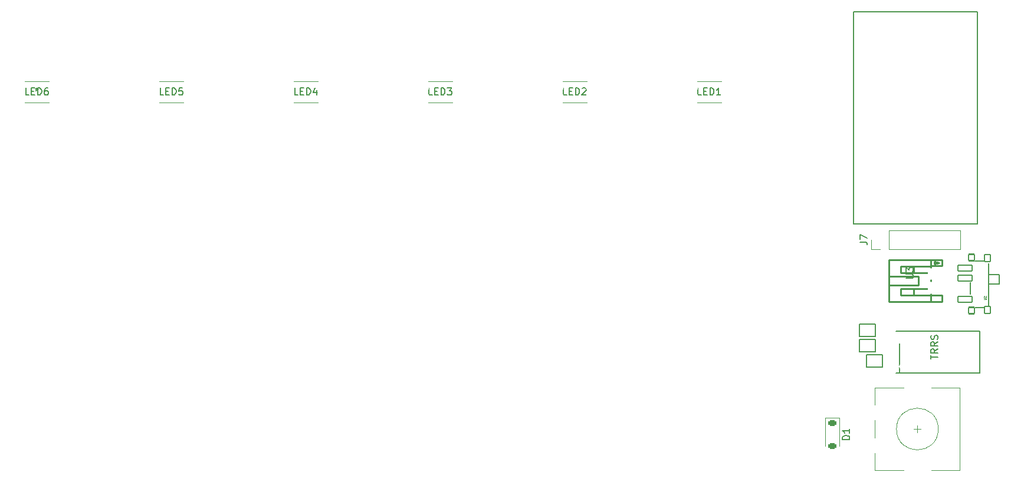
<source format=gto>
G04 #@! TF.GenerationSoftware,KiCad,Pcbnew,7.0.6-7.0.6~ubuntu20.04.1*
G04 #@! TF.CreationDate,2023-10-06T02:11:44+00:00*
G04 #@! TF.ProjectId,Seismos_CoreL,53656973-6d6f-4735-9f43-6f72654c2e6b,rev?*
G04 #@! TF.SameCoordinates,Original*
G04 #@! TF.FileFunction,Legend,Top*
G04 #@! TF.FilePolarity,Positive*
%FSLAX46Y46*%
G04 Gerber Fmt 4.6, Leading zero omitted, Abs format (unit mm)*
G04 Created by KiCad (PCBNEW 7.0.6-7.0.6~ubuntu20.04.1) date 2023-10-06 02:11:44*
%MOMM*%
%LPD*%
G01*
G04 APERTURE LIST*
G04 Aperture macros list*
%AMRoundRect*
0 Rectangle with rounded corners*
0 $1 Rounding radius*
0 $2 $3 $4 $5 $6 $7 $8 $9 X,Y pos of 4 corners*
0 Add a 4 corners polygon primitive as box body*
4,1,4,$2,$3,$4,$5,$6,$7,$8,$9,$2,$3,0*
0 Add four circle primitives for the rounded corners*
1,1,$1+$1,$2,$3*
1,1,$1+$1,$4,$5*
1,1,$1+$1,$6,$7*
1,1,$1+$1,$8,$9*
0 Add four rect primitives between the rounded corners*
20,1,$1+$1,$2,$3,$4,$5,0*
20,1,$1+$1,$4,$5,$6,$7,0*
20,1,$1+$1,$6,$7,$8,$9,0*
20,1,$1+$1,$8,$9,$2,$3,0*%
%AMFreePoly0*
4,1,6,0.600000,0.200000,0.000000,-0.400000,-0.600000,0.200000,-0.600000,0.400000,0.600000,0.400000,0.600000,0.200000,0.600000,0.200000,$1*%
%AMFreePoly1*
4,1,6,0.600000,-0.250000,-0.600000,-0.250000,-0.600000,1.000000,0.000000,0.400000,0.600000,1.000000,0.600000,-0.250000,0.600000,-0.250000,$1*%
G04 Aperture macros list end*
%ADD10C,0.150000*%
%ADD11C,0.080000*%
%ADD12C,0.120000*%
%ADD13C,0.127000*%
%ADD14C,0.254000*%
%ADD15C,1.200000*%
%ADD16O,2.500000X1.700000*%
%ADD17C,0.250000*%
%ADD18C,0.100000*%
%ADD19C,2.000000*%
%ADD20R,3.200000X2.000000*%
%ADD21C,2.300000*%
%ADD22R,0.635000X1.143000*%
%ADD23C,3.000000*%
%ADD24R,1.700000X1.700000*%
%ADD25O,1.700000X1.700000*%
%ADD26C,0.800000*%
%ADD27RoundRect,0.102000X-1.000000X0.400000X-1.000000X-0.400000X1.000000X-0.400000X1.000000X0.400000X0*%
%ADD28RoundRect,0.102000X-0.400000X0.450000X-0.400000X-0.450000X0.400000X-0.450000X0.400000X0.450000X0*%
%ADD29RoundRect,0.102000X-0.400000X0.500000X-0.400000X-0.500000X0.400000X-0.500000X0.400000X0.500000X0*%
%ADD30C,1.400000*%
%ADD31C,1.600000*%
%ADD32FreePoly0,270.000000*%
%ADD33FreePoly0,90.000000*%
%ADD34R,1.600000X1.600000*%
%ADD35FreePoly1,270.000000*%
%ADD36FreePoly1,90.000000*%
%ADD37RoundRect,0.225000X-0.375000X0.225000X-0.375000X-0.225000X0.375000X-0.225000X0.375000X0.225000X0*%
%ADD38R,1.803400X0.812800*%
%ADD39C,0.900000*%
G04 APERTURE END LIST*
D10*
X167834819Y-70908904D02*
X167834819Y-70337476D01*
X168834819Y-70623190D02*
X167834819Y-70623190D01*
X168834819Y-69432714D02*
X168358628Y-69766047D01*
X168834819Y-70004142D02*
X167834819Y-70004142D01*
X167834819Y-70004142D02*
X167834819Y-69623190D01*
X167834819Y-69623190D02*
X167882438Y-69527952D01*
X167882438Y-69527952D02*
X167930057Y-69480333D01*
X167930057Y-69480333D02*
X168025295Y-69432714D01*
X168025295Y-69432714D02*
X168168152Y-69432714D01*
X168168152Y-69432714D02*
X168263390Y-69480333D01*
X168263390Y-69480333D02*
X168311009Y-69527952D01*
X168311009Y-69527952D02*
X168358628Y-69623190D01*
X168358628Y-69623190D02*
X168358628Y-70004142D01*
X168834819Y-68432714D02*
X168358628Y-68766047D01*
X168834819Y-69004142D02*
X167834819Y-69004142D01*
X167834819Y-69004142D02*
X167834819Y-68623190D01*
X167834819Y-68623190D02*
X167882438Y-68527952D01*
X167882438Y-68527952D02*
X167930057Y-68480333D01*
X167930057Y-68480333D02*
X168025295Y-68432714D01*
X168025295Y-68432714D02*
X168168152Y-68432714D01*
X168168152Y-68432714D02*
X168263390Y-68480333D01*
X168263390Y-68480333D02*
X168311009Y-68527952D01*
X168311009Y-68527952D02*
X168358628Y-68623190D01*
X168358628Y-68623190D02*
X168358628Y-69004142D01*
X168787200Y-68051761D02*
X168834819Y-67908904D01*
X168834819Y-67908904D02*
X168834819Y-67670809D01*
X168834819Y-67670809D02*
X168787200Y-67575571D01*
X168787200Y-67575571D02*
X168739580Y-67527952D01*
X168739580Y-67527952D02*
X168644342Y-67480333D01*
X168644342Y-67480333D02*
X168549104Y-67480333D01*
X168549104Y-67480333D02*
X168453866Y-67527952D01*
X168453866Y-67527952D02*
X168406247Y-67575571D01*
X168406247Y-67575571D02*
X168358628Y-67670809D01*
X168358628Y-67670809D02*
X168311009Y-67861285D01*
X168311009Y-67861285D02*
X168263390Y-67956523D01*
X168263390Y-67956523D02*
X168215771Y-68004142D01*
X168215771Y-68004142D02*
X168120533Y-68051761D01*
X168120533Y-68051761D02*
X168025295Y-68051761D01*
X168025295Y-68051761D02*
X167930057Y-68004142D01*
X167930057Y-68004142D02*
X167882438Y-67956523D01*
X167882438Y-67956523D02*
X167834819Y-67861285D01*
X167834819Y-67861285D02*
X167834819Y-67623190D01*
X167834819Y-67623190D02*
X167882438Y-67480333D01*
X167834819Y-70908904D02*
X167834819Y-70337476D01*
X168834819Y-70623190D02*
X167834819Y-70623190D01*
X168834819Y-69432714D02*
X168358628Y-69766047D01*
X168834819Y-70004142D02*
X167834819Y-70004142D01*
X167834819Y-70004142D02*
X167834819Y-69623190D01*
X167834819Y-69623190D02*
X167882438Y-69527952D01*
X167882438Y-69527952D02*
X167930057Y-69480333D01*
X167930057Y-69480333D02*
X168025295Y-69432714D01*
X168025295Y-69432714D02*
X168168152Y-69432714D01*
X168168152Y-69432714D02*
X168263390Y-69480333D01*
X168263390Y-69480333D02*
X168311009Y-69527952D01*
X168311009Y-69527952D02*
X168358628Y-69623190D01*
X168358628Y-69623190D02*
X168358628Y-70004142D01*
X168834819Y-68432714D02*
X168358628Y-68766047D01*
X168834819Y-69004142D02*
X167834819Y-69004142D01*
X167834819Y-69004142D02*
X167834819Y-68623190D01*
X167834819Y-68623190D02*
X167882438Y-68527952D01*
X167882438Y-68527952D02*
X167930057Y-68480333D01*
X167930057Y-68480333D02*
X168025295Y-68432714D01*
X168025295Y-68432714D02*
X168168152Y-68432714D01*
X168168152Y-68432714D02*
X168263390Y-68480333D01*
X168263390Y-68480333D02*
X168311009Y-68527952D01*
X168311009Y-68527952D02*
X168358628Y-68623190D01*
X168358628Y-68623190D02*
X168358628Y-69004142D01*
X168787200Y-68051761D02*
X168834819Y-67908904D01*
X168834819Y-67908904D02*
X168834819Y-67670809D01*
X168834819Y-67670809D02*
X168787200Y-67575571D01*
X168787200Y-67575571D02*
X168739580Y-67527952D01*
X168739580Y-67527952D02*
X168644342Y-67480333D01*
X168644342Y-67480333D02*
X168549104Y-67480333D01*
X168549104Y-67480333D02*
X168453866Y-67527952D01*
X168453866Y-67527952D02*
X168406247Y-67575571D01*
X168406247Y-67575571D02*
X168358628Y-67670809D01*
X168358628Y-67670809D02*
X168311009Y-67861285D01*
X168311009Y-67861285D02*
X168263390Y-67956523D01*
X168263390Y-67956523D02*
X168215771Y-68004142D01*
X168215771Y-68004142D02*
X168120533Y-68051761D01*
X168120533Y-68051761D02*
X168025295Y-68051761D01*
X168025295Y-68051761D02*
X167930057Y-68004142D01*
X167930057Y-68004142D02*
X167882438Y-67956523D01*
X167882438Y-67956523D02*
X167834819Y-67861285D01*
X167834819Y-67861285D02*
X167834819Y-67623190D01*
X167834819Y-67623190D02*
X167882438Y-67480333D01*
X87237142Y-24430678D02*
X87297618Y-24370202D01*
X87297618Y-24370202D02*
X87418571Y-24309726D01*
X87418571Y-24309726D02*
X87720952Y-24309726D01*
X87720952Y-24309726D02*
X87841904Y-24370202D01*
X87841904Y-24370202D02*
X87902380Y-24430678D01*
X87902380Y-24430678D02*
X87962857Y-24551630D01*
X87962857Y-24551630D02*
X87962857Y-24672583D01*
X87962857Y-24672583D02*
X87902380Y-24854011D01*
X87902380Y-24854011D02*
X87176666Y-25579726D01*
X87176666Y-25579726D02*
X87962857Y-25579726D01*
X157680819Y-54099333D02*
X158395104Y-54099333D01*
X158395104Y-54099333D02*
X158537961Y-54146952D01*
X158537961Y-54146952D02*
X158633200Y-54242190D01*
X158633200Y-54242190D02*
X158680819Y-54385047D01*
X158680819Y-54385047D02*
X158680819Y-54480285D01*
X157680819Y-53718380D02*
X157680819Y-53051714D01*
X157680819Y-53051714D02*
X158680819Y-53480285D01*
D11*
X175420678Y-62359809D02*
X175679725Y-62359809D01*
X175679725Y-62359809D02*
X175710201Y-62344571D01*
X175710201Y-62344571D02*
X175725440Y-62329333D01*
X175725440Y-62329333D02*
X175740678Y-62298857D01*
X175740678Y-62298857D02*
X175740678Y-62237904D01*
X175740678Y-62237904D02*
X175725440Y-62207428D01*
X175725440Y-62207428D02*
X175710201Y-62192190D01*
X175710201Y-62192190D02*
X175679725Y-62176952D01*
X175679725Y-62176952D02*
X175420678Y-62176952D01*
X175451154Y-62039809D02*
X175435916Y-62024571D01*
X175435916Y-62024571D02*
X175420678Y-61994095D01*
X175420678Y-61994095D02*
X175420678Y-61917904D01*
X175420678Y-61917904D02*
X175435916Y-61887428D01*
X175435916Y-61887428D02*
X175451154Y-61872190D01*
X175451154Y-61872190D02*
X175481630Y-61856952D01*
X175481630Y-61856952D02*
X175512106Y-61856952D01*
X175512106Y-61856952D02*
X175557820Y-61872190D01*
X175557820Y-61872190D02*
X175740678Y-62055047D01*
X175740678Y-62055047D02*
X175740678Y-61856952D01*
D10*
X164298319Y-59295220D02*
X165107842Y-59295220D01*
X165107842Y-59295220D02*
X165203080Y-59247601D01*
X165203080Y-59247601D02*
X165250700Y-59199982D01*
X165250700Y-59199982D02*
X165298319Y-59104744D01*
X165298319Y-59104744D02*
X165298319Y-58914268D01*
X165298319Y-58914268D02*
X165250700Y-58819030D01*
X165250700Y-58819030D02*
X165203080Y-58771411D01*
X165203080Y-58771411D02*
X165107842Y-58723792D01*
X165107842Y-58723792D02*
X164298319Y-58723792D01*
X164298319Y-58342839D02*
X164298319Y-57723792D01*
X164298319Y-57723792D02*
X164679271Y-58057125D01*
X164679271Y-58057125D02*
X164679271Y-57914268D01*
X164679271Y-57914268D02*
X164726890Y-57819030D01*
X164726890Y-57819030D02*
X164774509Y-57771411D01*
X164774509Y-57771411D02*
X164869747Y-57723792D01*
X164869747Y-57723792D02*
X165107842Y-57723792D01*
X165107842Y-57723792D02*
X165203080Y-57771411D01*
X165203080Y-57771411D02*
X165250700Y-57819030D01*
X165250700Y-57819030D02*
X165298319Y-57914268D01*
X165298319Y-57914268D02*
X165298319Y-58199982D01*
X165298319Y-58199982D02*
X165250700Y-58295220D01*
X165250700Y-58295220D02*
X165203080Y-58342839D01*
X126441904Y-24733059D02*
X126441904Y-25579726D01*
X126139523Y-24249250D02*
X125837142Y-25156392D01*
X125837142Y-25156392D02*
X126623333Y-25156392D01*
X156152819Y-82460094D02*
X155152819Y-82460094D01*
X155152819Y-82460094D02*
X155152819Y-82221999D01*
X155152819Y-82221999D02*
X155200438Y-82079142D01*
X155200438Y-82079142D02*
X155295676Y-81983904D01*
X155295676Y-81983904D02*
X155390914Y-81936285D01*
X155390914Y-81936285D02*
X155581390Y-81888666D01*
X155581390Y-81888666D02*
X155724247Y-81888666D01*
X155724247Y-81888666D02*
X155914723Y-81936285D01*
X155914723Y-81936285D02*
X156009961Y-81983904D01*
X156009961Y-81983904D02*
X156105200Y-82079142D01*
X156105200Y-82079142D02*
X156152819Y-82221999D01*
X156152819Y-82221999D02*
X156152819Y-82460094D01*
X156152819Y-80936285D02*
X156152819Y-81507713D01*
X156152819Y-81221999D02*
X155152819Y-81221999D01*
X155152819Y-81221999D02*
X155295676Y-81317237D01*
X155295676Y-81317237D02*
X155390914Y-81412475D01*
X155390914Y-81412475D02*
X155438533Y-81507713D01*
X38380952Y-32954819D02*
X37904762Y-32954819D01*
X37904762Y-32954819D02*
X37904762Y-31954819D01*
X38714286Y-32431009D02*
X39047619Y-32431009D01*
X39190476Y-32954819D02*
X38714286Y-32954819D01*
X38714286Y-32954819D02*
X38714286Y-31954819D01*
X38714286Y-31954819D02*
X39190476Y-31954819D01*
X39619048Y-32954819D02*
X39619048Y-31954819D01*
X39619048Y-31954819D02*
X39857143Y-31954819D01*
X39857143Y-31954819D02*
X40000000Y-32002438D01*
X40000000Y-32002438D02*
X40095238Y-32097676D01*
X40095238Y-32097676D02*
X40142857Y-32192914D01*
X40142857Y-32192914D02*
X40190476Y-32383390D01*
X40190476Y-32383390D02*
X40190476Y-32526247D01*
X40190476Y-32526247D02*
X40142857Y-32716723D01*
X40142857Y-32716723D02*
X40095238Y-32811961D01*
X40095238Y-32811961D02*
X40000000Y-32907200D01*
X40000000Y-32907200D02*
X39857143Y-32954819D01*
X39857143Y-32954819D02*
X39619048Y-32954819D01*
X41047619Y-31954819D02*
X40857143Y-31954819D01*
X40857143Y-31954819D02*
X40761905Y-32002438D01*
X40761905Y-32002438D02*
X40714286Y-32050057D01*
X40714286Y-32050057D02*
X40619048Y-32192914D01*
X40619048Y-32192914D02*
X40571429Y-32383390D01*
X40571429Y-32383390D02*
X40571429Y-32764342D01*
X40571429Y-32764342D02*
X40619048Y-32859580D01*
X40619048Y-32859580D02*
X40666667Y-32907200D01*
X40666667Y-32907200D02*
X40761905Y-32954819D01*
X40761905Y-32954819D02*
X40952381Y-32954819D01*
X40952381Y-32954819D02*
X41047619Y-32907200D01*
X41047619Y-32907200D02*
X41095238Y-32859580D01*
X41095238Y-32859580D02*
X41142857Y-32764342D01*
X41142857Y-32764342D02*
X41142857Y-32526247D01*
X41142857Y-32526247D02*
X41095238Y-32431009D01*
X41095238Y-32431009D02*
X41047619Y-32383390D01*
X41047619Y-32383390D02*
X40952381Y-32335771D01*
X40952381Y-32335771D02*
X40761905Y-32335771D01*
X40761905Y-32335771D02*
X40666667Y-32383390D01*
X40666667Y-32383390D02*
X40619048Y-32431009D01*
X40619048Y-32431009D02*
X40571429Y-32526247D01*
X39500000Y-31954819D02*
X39500000Y-32192914D01*
X39261905Y-32097676D02*
X39500000Y-32192914D01*
X39500000Y-32192914D02*
X39738095Y-32097676D01*
X39357143Y-32383390D02*
X39500000Y-32192914D01*
X39500000Y-32192914D02*
X39642857Y-32383390D01*
X134880952Y-32954819D02*
X134404762Y-32954819D01*
X134404762Y-32954819D02*
X134404762Y-31954819D01*
X135214286Y-32431009D02*
X135547619Y-32431009D01*
X135690476Y-32954819D02*
X135214286Y-32954819D01*
X135214286Y-32954819D02*
X135214286Y-31954819D01*
X135214286Y-31954819D02*
X135690476Y-31954819D01*
X136119048Y-32954819D02*
X136119048Y-31954819D01*
X136119048Y-31954819D02*
X136357143Y-31954819D01*
X136357143Y-31954819D02*
X136500000Y-32002438D01*
X136500000Y-32002438D02*
X136595238Y-32097676D01*
X136595238Y-32097676D02*
X136642857Y-32192914D01*
X136642857Y-32192914D02*
X136690476Y-32383390D01*
X136690476Y-32383390D02*
X136690476Y-32526247D01*
X136690476Y-32526247D02*
X136642857Y-32716723D01*
X136642857Y-32716723D02*
X136595238Y-32811961D01*
X136595238Y-32811961D02*
X136500000Y-32907200D01*
X136500000Y-32907200D02*
X136357143Y-32954819D01*
X136357143Y-32954819D02*
X136119048Y-32954819D01*
X137642857Y-32954819D02*
X137071429Y-32954819D01*
X137357143Y-32954819D02*
X137357143Y-31954819D01*
X137357143Y-31954819D02*
X137261905Y-32097676D01*
X137261905Y-32097676D02*
X137166667Y-32192914D01*
X137166667Y-32192914D02*
X137071429Y-32240533D01*
X96280952Y-32954819D02*
X95804762Y-32954819D01*
X95804762Y-32954819D02*
X95804762Y-31954819D01*
X96614286Y-32431009D02*
X96947619Y-32431009D01*
X97090476Y-32954819D02*
X96614286Y-32954819D01*
X96614286Y-32954819D02*
X96614286Y-31954819D01*
X96614286Y-31954819D02*
X97090476Y-31954819D01*
X97519048Y-32954819D02*
X97519048Y-31954819D01*
X97519048Y-31954819D02*
X97757143Y-31954819D01*
X97757143Y-31954819D02*
X97900000Y-32002438D01*
X97900000Y-32002438D02*
X97995238Y-32097676D01*
X97995238Y-32097676D02*
X98042857Y-32192914D01*
X98042857Y-32192914D02*
X98090476Y-32383390D01*
X98090476Y-32383390D02*
X98090476Y-32526247D01*
X98090476Y-32526247D02*
X98042857Y-32716723D01*
X98042857Y-32716723D02*
X97995238Y-32811961D01*
X97995238Y-32811961D02*
X97900000Y-32907200D01*
X97900000Y-32907200D02*
X97757143Y-32954819D01*
X97757143Y-32954819D02*
X97519048Y-32954819D01*
X98423810Y-31954819D02*
X99042857Y-31954819D01*
X99042857Y-31954819D02*
X98709524Y-32335771D01*
X98709524Y-32335771D02*
X98852381Y-32335771D01*
X98852381Y-32335771D02*
X98947619Y-32383390D01*
X98947619Y-32383390D02*
X98995238Y-32431009D01*
X98995238Y-32431009D02*
X99042857Y-32526247D01*
X99042857Y-32526247D02*
X99042857Y-32764342D01*
X99042857Y-32764342D02*
X98995238Y-32859580D01*
X98995238Y-32859580D02*
X98947619Y-32907200D01*
X98947619Y-32907200D02*
X98852381Y-32954819D01*
X98852381Y-32954819D02*
X98566667Y-32954819D01*
X98566667Y-32954819D02*
X98471429Y-32907200D01*
X98471429Y-32907200D02*
X98423810Y-32859580D01*
X76980952Y-32954819D02*
X76504762Y-32954819D01*
X76504762Y-32954819D02*
X76504762Y-31954819D01*
X77314286Y-32431009D02*
X77647619Y-32431009D01*
X77790476Y-32954819D02*
X77314286Y-32954819D01*
X77314286Y-32954819D02*
X77314286Y-31954819D01*
X77314286Y-31954819D02*
X77790476Y-31954819D01*
X78219048Y-32954819D02*
X78219048Y-31954819D01*
X78219048Y-31954819D02*
X78457143Y-31954819D01*
X78457143Y-31954819D02*
X78600000Y-32002438D01*
X78600000Y-32002438D02*
X78695238Y-32097676D01*
X78695238Y-32097676D02*
X78742857Y-32192914D01*
X78742857Y-32192914D02*
X78790476Y-32383390D01*
X78790476Y-32383390D02*
X78790476Y-32526247D01*
X78790476Y-32526247D02*
X78742857Y-32716723D01*
X78742857Y-32716723D02*
X78695238Y-32811961D01*
X78695238Y-32811961D02*
X78600000Y-32907200D01*
X78600000Y-32907200D02*
X78457143Y-32954819D01*
X78457143Y-32954819D02*
X78219048Y-32954819D01*
X79647619Y-32288152D02*
X79647619Y-32954819D01*
X79409524Y-31907200D02*
X79171429Y-32621485D01*
X79171429Y-32621485D02*
X79790476Y-32621485D01*
X115580952Y-32954819D02*
X115104762Y-32954819D01*
X115104762Y-32954819D02*
X115104762Y-31954819D01*
X115914286Y-32431009D02*
X116247619Y-32431009D01*
X116390476Y-32954819D02*
X115914286Y-32954819D01*
X115914286Y-32954819D02*
X115914286Y-31954819D01*
X115914286Y-31954819D02*
X116390476Y-31954819D01*
X116819048Y-32954819D02*
X116819048Y-31954819D01*
X116819048Y-31954819D02*
X117057143Y-31954819D01*
X117057143Y-31954819D02*
X117200000Y-32002438D01*
X117200000Y-32002438D02*
X117295238Y-32097676D01*
X117295238Y-32097676D02*
X117342857Y-32192914D01*
X117342857Y-32192914D02*
X117390476Y-32383390D01*
X117390476Y-32383390D02*
X117390476Y-32526247D01*
X117390476Y-32526247D02*
X117342857Y-32716723D01*
X117342857Y-32716723D02*
X117295238Y-32811961D01*
X117295238Y-32811961D02*
X117200000Y-32907200D01*
X117200000Y-32907200D02*
X117057143Y-32954819D01*
X117057143Y-32954819D02*
X116819048Y-32954819D01*
X117771429Y-32050057D02*
X117819048Y-32002438D01*
X117819048Y-32002438D02*
X117914286Y-31954819D01*
X117914286Y-31954819D02*
X118152381Y-31954819D01*
X118152381Y-31954819D02*
X118247619Y-32002438D01*
X118247619Y-32002438D02*
X118295238Y-32050057D01*
X118295238Y-32050057D02*
X118342857Y-32145295D01*
X118342857Y-32145295D02*
X118342857Y-32240533D01*
X118342857Y-32240533D02*
X118295238Y-32383390D01*
X118295238Y-32383390D02*
X117723810Y-32954819D01*
X117723810Y-32954819D02*
X118342857Y-32954819D01*
X57680952Y-32954819D02*
X57204762Y-32954819D01*
X57204762Y-32954819D02*
X57204762Y-31954819D01*
X58014286Y-32431009D02*
X58347619Y-32431009D01*
X58490476Y-32954819D02*
X58014286Y-32954819D01*
X58014286Y-32954819D02*
X58014286Y-31954819D01*
X58014286Y-31954819D02*
X58490476Y-31954819D01*
X58919048Y-32954819D02*
X58919048Y-31954819D01*
X58919048Y-31954819D02*
X59157143Y-31954819D01*
X59157143Y-31954819D02*
X59300000Y-32002438D01*
X59300000Y-32002438D02*
X59395238Y-32097676D01*
X59395238Y-32097676D02*
X59442857Y-32192914D01*
X59442857Y-32192914D02*
X59490476Y-32383390D01*
X59490476Y-32383390D02*
X59490476Y-32526247D01*
X59490476Y-32526247D02*
X59442857Y-32716723D01*
X59442857Y-32716723D02*
X59395238Y-32811961D01*
X59395238Y-32811961D02*
X59300000Y-32907200D01*
X59300000Y-32907200D02*
X59157143Y-32954819D01*
X59157143Y-32954819D02*
X58919048Y-32954819D01*
X60395238Y-31954819D02*
X59919048Y-31954819D01*
X59919048Y-31954819D02*
X59871429Y-32431009D01*
X59871429Y-32431009D02*
X59919048Y-32383390D01*
X59919048Y-32383390D02*
X60014286Y-32335771D01*
X60014286Y-32335771D02*
X60252381Y-32335771D01*
X60252381Y-32335771D02*
X60347619Y-32383390D01*
X60347619Y-32383390D02*
X60395238Y-32431009D01*
X60395238Y-32431009D02*
X60442857Y-32526247D01*
X60442857Y-32526247D02*
X60442857Y-32764342D01*
X60442857Y-32764342D02*
X60395238Y-32859580D01*
X60395238Y-32859580D02*
X60347619Y-32907200D01*
X60347619Y-32907200D02*
X60252381Y-32954819D01*
X60252381Y-32954819D02*
X60014286Y-32954819D01*
X60014286Y-32954819D02*
X59919048Y-32907200D01*
X59919048Y-32907200D02*
X59871429Y-32859580D01*
D12*
X171990000Y-86860000D02*
X171990000Y-75060000D01*
X167890000Y-86860000D02*
X171990000Y-86860000D01*
X167890000Y-75060000D02*
X171990000Y-75060000D01*
X166390000Y-80960000D02*
X165390000Y-80960000D01*
X165890000Y-81460000D02*
X165890000Y-80460000D01*
X163890000Y-86860000D02*
X159790000Y-86860000D01*
X159790000Y-86860000D02*
X159790000Y-84460000D01*
X159790000Y-82260000D02*
X159790000Y-79660000D01*
X159790000Y-77460000D02*
X159790000Y-75060000D01*
X159790000Y-75060000D02*
X163890000Y-75060000D01*
X168890000Y-80960000D02*
G75*
G03*
X168890000Y-80960000I-3000000J0D01*
G01*
D10*
X174830000Y-66897000D02*
X174830000Y-72897000D01*
X162830000Y-66897000D02*
X174830000Y-66897000D01*
X174830000Y-72897000D02*
X162830000Y-72897000D01*
X163330000Y-72897000D02*
X163330000Y-66897000D01*
X157556620Y-65911000D02*
X159842620Y-65911000D01*
X157556620Y-67689000D02*
X157556620Y-65911000D01*
X159842620Y-65911000D02*
X159842620Y-67689000D01*
X159842620Y-67689000D02*
X157556620Y-67689000D01*
D12*
X159226000Y-55096000D02*
X159226000Y-53766000D01*
X160556000Y-55096000D02*
X159226000Y-55096000D01*
X161826000Y-55096000D02*
X172046000Y-55096000D01*
X161826000Y-55096000D02*
X161826000Y-52436000D01*
X172046000Y-55096000D02*
X172046000Y-52436000D01*
X161826000Y-52436000D02*
X172046000Y-52436000D01*
D13*
X174100000Y-63482000D02*
X175400000Y-63482000D01*
X176150000Y-63132000D02*
X176150000Y-60082000D01*
X173450000Y-61532000D02*
X173450000Y-59832000D01*
X176150000Y-60082000D02*
X176150000Y-58782000D01*
X177650000Y-60082000D02*
X176150000Y-60082000D01*
X177650000Y-60082000D02*
X177650000Y-58782000D01*
X176150000Y-58782000D02*
X176150000Y-57132000D01*
X177650000Y-58782000D02*
X176150000Y-58782000D01*
X175400000Y-56782000D02*
X174100000Y-56782000D01*
D10*
X159843380Y-69889000D02*
X157557380Y-69889000D01*
X159843380Y-68111000D02*
X159843380Y-69889000D01*
X157557380Y-69889000D02*
X157557380Y-68111000D01*
X157557380Y-68111000D02*
X159843380Y-68111000D01*
D14*
X161800500Y-62632000D02*
X161800500Y-56632000D01*
X167800500Y-62632000D02*
X161800500Y-62632000D01*
X167800500Y-62632000D02*
X169400500Y-62632000D01*
X167800500Y-62632000D02*
X167800500Y-61529000D01*
X169400500Y-62632000D02*
X169400500Y-61732000D01*
X163500500Y-61732000D02*
X163500500Y-60782000D01*
X165400500Y-61732000D02*
X165400500Y-60782000D01*
X167800500Y-61732000D02*
X163500500Y-61732000D01*
X169400500Y-61732000D02*
X167800500Y-61732000D01*
X163500500Y-60782000D02*
X167800500Y-60782000D01*
X161800500Y-60332000D02*
X161799500Y-60331000D01*
X161799500Y-60331000D02*
X166051500Y-60331000D01*
X166051500Y-60331000D02*
X166051500Y-58982000D01*
X167800500Y-59735000D02*
X167800500Y-59529000D01*
X166051500Y-58982000D02*
X161799500Y-58982000D01*
X163500500Y-58507000D02*
X163500500Y-57557000D01*
X165400500Y-58507000D02*
X165400500Y-57557000D01*
X167800500Y-58507000D02*
X163500500Y-58507000D01*
X167800500Y-57735000D02*
X167800500Y-56632000D01*
X163500500Y-57557000D02*
X167800500Y-57557000D01*
X169400500Y-57532000D02*
X167800500Y-57532000D01*
X168300500Y-57232000D02*
X168300500Y-56932000D01*
X169000500Y-57082000D02*
X168300500Y-57232000D01*
X168300500Y-56932000D02*
X169000500Y-57082000D01*
X161800500Y-56632000D02*
X167800500Y-56632000D01*
X167800500Y-56632000D02*
X169400500Y-56632000D01*
X169400500Y-56632000D02*
X169400500Y-57532000D01*
D10*
X174526000Y-21016000D02*
X174526000Y-51496000D01*
X156746000Y-21016000D02*
X174526000Y-21016000D01*
X156746000Y-21016000D02*
X156746000Y-51496000D01*
X174526000Y-51496000D02*
X156746000Y-51496000D01*
D12*
X154698000Y-79362000D02*
X152698000Y-79362000D01*
X154698000Y-79362000D02*
X154698000Y-83372000D01*
X152698000Y-79362000D02*
X152698000Y-83372000D01*
D10*
X160842620Y-72089000D02*
X158556620Y-72089000D01*
X160842620Y-70311000D02*
X160842620Y-72089000D01*
X158556620Y-72089000D02*
X158556620Y-70311000D01*
X158556620Y-70311000D02*
X160842620Y-70311000D01*
D12*
X37772800Y-30976000D02*
X41227200Y-30976000D01*
X41227200Y-34024000D02*
X37772800Y-34024000D01*
X134272800Y-30976000D02*
X137727200Y-30976000D01*
X137727200Y-34024000D02*
X134272800Y-34024000D01*
X95672800Y-30976000D02*
X99127200Y-30976000D01*
X99127200Y-34024000D02*
X95672800Y-34024000D01*
X76372800Y-30976000D02*
X79827200Y-30976000D01*
X79827200Y-34024000D02*
X76372800Y-34024000D01*
X114972800Y-30976000D02*
X118427200Y-30976000D01*
X118427200Y-34024000D02*
X114972800Y-34024000D01*
X57072800Y-30976000D02*
X60527200Y-30976000D01*
X60527200Y-34024000D02*
X57072800Y-34024000D01*
D15*
X173330000Y-68147000D03*
X166330000Y-68147000D03*
X173330000Y-69897000D03*
X166330000Y-69897000D03*
D16*
X164530000Y-71997000D03*
X168530000Y-71997000D03*
X171530000Y-71997000D03*
X163530000Y-67797000D03*
%LPC*%
D17*
X166523000Y-22286000D02*
G75*
G03*
X166523000Y-22286000I-125000J0D01*
G01*
X164999000Y-22286000D02*
G75*
G03*
X164999000Y-22286000I-125000J0D01*
G01*
X166523000Y-24826000D02*
G75*
G03*
X166523000Y-24826000I-125000J0D01*
G01*
X164999000Y-24826000D02*
G75*
G03*
X164999000Y-24826000I-125000J0D01*
G01*
X166523000Y-27366000D02*
G75*
G03*
X166523000Y-27366000I-125000J0D01*
G01*
X164999000Y-27366000D02*
G75*
G03*
X164999000Y-27366000I-125000J0D01*
G01*
X166523000Y-29906000D02*
G75*
G03*
X166523000Y-29906000I-125000J0D01*
G01*
X164999000Y-29906000D02*
G75*
G03*
X164999000Y-29906000I-125000J0D01*
G01*
X166523000Y-32446000D02*
G75*
G03*
X166523000Y-32446000I-125000J0D01*
G01*
X164999000Y-32446000D02*
G75*
G03*
X164999000Y-32446000I-125000J0D01*
G01*
X166523000Y-34986000D02*
G75*
G03*
X166523000Y-34986000I-125000J0D01*
G01*
X164999000Y-34986000D02*
G75*
G03*
X164999000Y-34986000I-125000J0D01*
G01*
X166523000Y-37526000D02*
G75*
G03*
X166523000Y-37526000I-125000J0D01*
G01*
X164999000Y-37526000D02*
G75*
G03*
X164999000Y-37526000I-125000J0D01*
G01*
X166523000Y-40066000D02*
G75*
G03*
X166523000Y-40066000I-125000J0D01*
G01*
X164999000Y-40066000D02*
G75*
G03*
X164999000Y-40066000I-125000J0D01*
G01*
X166523000Y-42606000D02*
G75*
G03*
X166523000Y-42606000I-125000J0D01*
G01*
X164999000Y-42606000D02*
G75*
G03*
X164999000Y-42606000I-125000J0D01*
G01*
X166523000Y-45146000D02*
G75*
G03*
X166523000Y-45146000I-125000J0D01*
G01*
X164999000Y-45146000D02*
G75*
G03*
X164999000Y-45146000I-125000J0D01*
G01*
X166523000Y-47686000D02*
G75*
G03*
X166523000Y-47686000I-125000J0D01*
G01*
X164999000Y-47686000D02*
G75*
G03*
X164999000Y-47686000I-125000J0D01*
G01*
X166523000Y-50226000D02*
G75*
G03*
X166523000Y-50226000I-125000J0D01*
G01*
X164999000Y-50226000D02*
G75*
G03*
X164999000Y-50226000I-125000J0D01*
G01*
D18*
X160556000Y-22794000D02*
X159540000Y-22794000D01*
X159540000Y-21778000D01*
X160556000Y-21778000D01*
X160556000Y-22794000D01*
G36*
X160556000Y-22794000D02*
G01*
X159540000Y-22794000D01*
X159540000Y-21778000D01*
X160556000Y-21778000D01*
X160556000Y-22794000D01*
G37*
X171732000Y-22794000D02*
X170716000Y-22794000D01*
X170716000Y-21778000D01*
X171732000Y-21778000D01*
X171732000Y-22794000D01*
G36*
X171732000Y-22794000D02*
G01*
X170716000Y-22794000D01*
X170716000Y-21778000D01*
X171732000Y-21778000D01*
X171732000Y-22794000D01*
G37*
X160556000Y-25334000D02*
X159540000Y-25334000D01*
X159540000Y-24318000D01*
X160556000Y-24318000D01*
X160556000Y-25334000D01*
G36*
X160556000Y-25334000D02*
G01*
X159540000Y-25334000D01*
X159540000Y-24318000D01*
X160556000Y-24318000D01*
X160556000Y-25334000D01*
G37*
X171732000Y-25334000D02*
X170716000Y-25334000D01*
X170716000Y-24318000D01*
X171732000Y-24318000D01*
X171732000Y-25334000D01*
G36*
X171732000Y-25334000D02*
G01*
X170716000Y-25334000D01*
X170716000Y-24318000D01*
X171732000Y-24318000D01*
X171732000Y-25334000D01*
G37*
X160556000Y-27874000D02*
X159540000Y-27874000D01*
X159540000Y-26858000D01*
X160556000Y-26858000D01*
X160556000Y-27874000D01*
G36*
X160556000Y-27874000D02*
G01*
X159540000Y-27874000D01*
X159540000Y-26858000D01*
X160556000Y-26858000D01*
X160556000Y-27874000D01*
G37*
X171732000Y-27874000D02*
X170716000Y-27874000D01*
X170716000Y-26858000D01*
X171732000Y-26858000D01*
X171732000Y-27874000D01*
G36*
X171732000Y-27874000D02*
G01*
X170716000Y-27874000D01*
X170716000Y-26858000D01*
X171732000Y-26858000D01*
X171732000Y-27874000D01*
G37*
X160556000Y-30414000D02*
X159540000Y-30414000D01*
X159540000Y-29398000D01*
X160556000Y-29398000D01*
X160556000Y-30414000D01*
G36*
X160556000Y-30414000D02*
G01*
X159540000Y-30414000D01*
X159540000Y-29398000D01*
X160556000Y-29398000D01*
X160556000Y-30414000D01*
G37*
X171732000Y-30414000D02*
X170716000Y-30414000D01*
X170716000Y-29398000D01*
X171732000Y-29398000D01*
X171732000Y-30414000D01*
G36*
X171732000Y-30414000D02*
G01*
X170716000Y-30414000D01*
X170716000Y-29398000D01*
X171732000Y-29398000D01*
X171732000Y-30414000D01*
G37*
X160556000Y-32954000D02*
X159540000Y-32954000D01*
X159540000Y-31938000D01*
X160556000Y-31938000D01*
X160556000Y-32954000D01*
G36*
X160556000Y-32954000D02*
G01*
X159540000Y-32954000D01*
X159540000Y-31938000D01*
X160556000Y-31938000D01*
X160556000Y-32954000D01*
G37*
X171732000Y-32954000D02*
X170716000Y-32954000D01*
X170716000Y-31938000D01*
X171732000Y-31938000D01*
X171732000Y-32954000D01*
G36*
X171732000Y-32954000D02*
G01*
X170716000Y-32954000D01*
X170716000Y-31938000D01*
X171732000Y-31938000D01*
X171732000Y-32954000D01*
G37*
X160556000Y-35494000D02*
X159540000Y-35494000D01*
X159540000Y-34478000D01*
X160556000Y-34478000D01*
X160556000Y-35494000D01*
G36*
X160556000Y-35494000D02*
G01*
X159540000Y-35494000D01*
X159540000Y-34478000D01*
X160556000Y-34478000D01*
X160556000Y-35494000D01*
G37*
X171732000Y-35494000D02*
X170716000Y-35494000D01*
X170716000Y-34478000D01*
X171732000Y-34478000D01*
X171732000Y-35494000D01*
G36*
X171732000Y-35494000D02*
G01*
X170716000Y-35494000D01*
X170716000Y-34478000D01*
X171732000Y-34478000D01*
X171732000Y-35494000D01*
G37*
X160556000Y-38034000D02*
X159540000Y-38034000D01*
X159540000Y-37018000D01*
X160556000Y-37018000D01*
X160556000Y-38034000D01*
G36*
X160556000Y-38034000D02*
G01*
X159540000Y-38034000D01*
X159540000Y-37018000D01*
X160556000Y-37018000D01*
X160556000Y-38034000D01*
G37*
X171732000Y-38034000D02*
X170716000Y-38034000D01*
X170716000Y-37018000D01*
X171732000Y-37018000D01*
X171732000Y-38034000D01*
G36*
X171732000Y-38034000D02*
G01*
X170716000Y-38034000D01*
X170716000Y-37018000D01*
X171732000Y-37018000D01*
X171732000Y-38034000D01*
G37*
X160556000Y-40574000D02*
X159540000Y-40574000D01*
X159540000Y-39558000D01*
X160556000Y-39558000D01*
X160556000Y-40574000D01*
G36*
X160556000Y-40574000D02*
G01*
X159540000Y-40574000D01*
X159540000Y-39558000D01*
X160556000Y-39558000D01*
X160556000Y-40574000D01*
G37*
X171732000Y-40574000D02*
X170716000Y-40574000D01*
X170716000Y-39558000D01*
X171732000Y-39558000D01*
X171732000Y-40574000D01*
G36*
X171732000Y-40574000D02*
G01*
X170716000Y-40574000D01*
X170716000Y-39558000D01*
X171732000Y-39558000D01*
X171732000Y-40574000D01*
G37*
X160556000Y-43114000D02*
X159540000Y-43114000D01*
X159540000Y-42098000D01*
X160556000Y-42098000D01*
X160556000Y-43114000D01*
G36*
X160556000Y-43114000D02*
G01*
X159540000Y-43114000D01*
X159540000Y-42098000D01*
X160556000Y-42098000D01*
X160556000Y-43114000D01*
G37*
X171732000Y-43114000D02*
X170716000Y-43114000D01*
X170716000Y-42098000D01*
X171732000Y-42098000D01*
X171732000Y-43114000D01*
G36*
X171732000Y-43114000D02*
G01*
X170716000Y-43114000D01*
X170716000Y-42098000D01*
X171732000Y-42098000D01*
X171732000Y-43114000D01*
G37*
X160556000Y-45654000D02*
X159540000Y-45654000D01*
X159540000Y-44638000D01*
X160556000Y-44638000D01*
X160556000Y-45654000D01*
G36*
X160556000Y-45654000D02*
G01*
X159540000Y-45654000D01*
X159540000Y-44638000D01*
X160556000Y-44638000D01*
X160556000Y-45654000D01*
G37*
X171732000Y-45654000D02*
X170716000Y-45654000D01*
X170716000Y-44638000D01*
X171732000Y-44638000D01*
X171732000Y-45654000D01*
G36*
X171732000Y-45654000D02*
G01*
X170716000Y-45654000D01*
X170716000Y-44638000D01*
X171732000Y-44638000D01*
X171732000Y-45654000D01*
G37*
X160556000Y-48194000D02*
X159540000Y-48194000D01*
X159540000Y-47178000D01*
X160556000Y-47178000D01*
X160556000Y-48194000D01*
G36*
X160556000Y-48194000D02*
G01*
X159540000Y-48194000D01*
X159540000Y-47178000D01*
X160556000Y-47178000D01*
X160556000Y-48194000D01*
G37*
X171732000Y-48194000D02*
X170716000Y-48194000D01*
X170716000Y-47178000D01*
X171732000Y-47178000D01*
X171732000Y-48194000D01*
G36*
X171732000Y-48194000D02*
G01*
X170716000Y-48194000D01*
X170716000Y-47178000D01*
X171732000Y-47178000D01*
X171732000Y-48194000D01*
G37*
X160556000Y-50734000D02*
X159540000Y-50734000D01*
X159540000Y-49718000D01*
X160556000Y-49718000D01*
X160556000Y-50734000D01*
G36*
X160556000Y-50734000D02*
G01*
X159540000Y-50734000D01*
X159540000Y-49718000D01*
X160556000Y-49718000D01*
X160556000Y-50734000D01*
G37*
X171732000Y-50734000D02*
X170716000Y-50734000D01*
X170716000Y-49718000D01*
X171732000Y-49718000D01*
X171732000Y-50734000D01*
G36*
X171732000Y-50734000D02*
G01*
X170716000Y-50734000D01*
X170716000Y-49718000D01*
X171732000Y-49718000D01*
X171732000Y-50734000D01*
G37*
D19*
X173390000Y-83460000D03*
X173390000Y-78460000D03*
X173390000Y-80960000D03*
D20*
X165890000Y-86560000D03*
X165890000Y-75360000D03*
D19*
X158890000Y-78460000D03*
X158890000Y-83460000D03*
D21*
X152800000Y-53600000D03*
D15*
X173330000Y-68147000D03*
X166330000Y-68147000D03*
X173330000Y-69897000D03*
X166330000Y-69897000D03*
D16*
X164530000Y-71997000D03*
X168530000Y-71997000D03*
X171530000Y-71997000D03*
X163530000Y-67797000D03*
D22*
X158199240Y-66800000D03*
X159200000Y-66800000D03*
D23*
X146800000Y-35400000D03*
X87600000Y-25000000D03*
D24*
X160556000Y-53766000D03*
D25*
X163096000Y-53766000D03*
X165636000Y-53766000D03*
X168176000Y-53766000D03*
X170716000Y-53766000D03*
D26*
X174800000Y-61632000D03*
X174800000Y-58632000D03*
D27*
X172700000Y-59309000D03*
D28*
X173675000Y-63932000D03*
D29*
X175925000Y-63882000D03*
X175925000Y-56382000D03*
D28*
X173675000Y-56332000D03*
D27*
X172700000Y-57809000D03*
X172700000Y-62309000D03*
D23*
X49000000Y-25000000D03*
D22*
X159200760Y-69000000D03*
X158200000Y-69000000D03*
D30*
X168050500Y-58632000D03*
X168050500Y-60632000D03*
D23*
X126200000Y-25000000D03*
D21*
X157200000Y-63600000D03*
D31*
X173256000Y-22286000D03*
D32*
X171478000Y-22286000D03*
D33*
X159794000Y-22286000D03*
D31*
X158016000Y-22286000D03*
D34*
X158016000Y-22286000D03*
D31*
X173256000Y-24826000D03*
D32*
X171478000Y-24826000D03*
D33*
X159794000Y-24826000D03*
D31*
X158016000Y-24826000D03*
X173256000Y-27366000D03*
D32*
X171478000Y-27366000D03*
D33*
X159794000Y-27366000D03*
D31*
X158016000Y-27366000D03*
X173256000Y-29906000D03*
D32*
X171478000Y-29906000D03*
D33*
X159794000Y-29906000D03*
D31*
X158016000Y-29906000D03*
X173256000Y-32446000D03*
D32*
X171478000Y-32446000D03*
D33*
X159794000Y-32446000D03*
D31*
X158016000Y-32446000D03*
X173256000Y-34986000D03*
D32*
X171478000Y-34986000D03*
D33*
X159794000Y-34986000D03*
D31*
X158016000Y-34986000D03*
X173256000Y-37526000D03*
D32*
X171478000Y-37526000D03*
D33*
X159794000Y-37526000D03*
D31*
X158016000Y-37526000D03*
X173256000Y-40066000D03*
D32*
X171478000Y-40066000D03*
D33*
X159794000Y-40066000D03*
D31*
X158016000Y-40066000D03*
X173256000Y-42606000D03*
D32*
X171478000Y-42606000D03*
D33*
X159794000Y-42606000D03*
D31*
X158016000Y-42606000D03*
X173256000Y-45146000D03*
D32*
X171478000Y-45146000D03*
D33*
X159794000Y-45146000D03*
D31*
X158016000Y-45146000D03*
X173256000Y-47686000D03*
D32*
X171478000Y-47686000D03*
D33*
X159794000Y-47686000D03*
D31*
X158016000Y-47686000D03*
X173256000Y-50226000D03*
D32*
X171478000Y-50226000D03*
D33*
X159794000Y-50226000D03*
D31*
X158016000Y-50226000D03*
D35*
X170462000Y-22286000D03*
X170462000Y-24826000D03*
X170462000Y-27366000D03*
X170462000Y-29906000D03*
X170462000Y-32446000D03*
X170462000Y-34986000D03*
X170462000Y-37526000D03*
X170462000Y-40066000D03*
X170462000Y-42606000D03*
X170462000Y-45146000D03*
X170462000Y-47686000D03*
X170462000Y-50226000D03*
D36*
X160810000Y-50226000D03*
X160810000Y-47686000D03*
X160810000Y-45146000D03*
X160810000Y-42606000D03*
X160810000Y-40066000D03*
X160810000Y-37526000D03*
X160810000Y-34986000D03*
X160810000Y-32446000D03*
X160810000Y-29906000D03*
X160810000Y-27366000D03*
X160810000Y-24826000D03*
X160810000Y-22286000D03*
D23*
X153600000Y-87800000D03*
D37*
X153698000Y-80072000D03*
X153698000Y-83372000D03*
D22*
X160200000Y-71200000D03*
X159199240Y-71200000D03*
D38*
X42001900Y-33249300D03*
X42001900Y-31750700D03*
X36998100Y-31750700D03*
X36998100Y-33249300D03*
X138501900Y-33249300D03*
X138501900Y-31750700D03*
X133498100Y-31750700D03*
X133498100Y-33249300D03*
X99901900Y-33249300D03*
X99901900Y-31750700D03*
X94898100Y-31750700D03*
X94898100Y-33249300D03*
X80601900Y-33249300D03*
X80601900Y-31750700D03*
X75598100Y-31750700D03*
X75598100Y-33249300D03*
D39*
X150650000Y-24449500D03*
X150650000Y-21649500D03*
D38*
X119201900Y-33249300D03*
X119201900Y-31750700D03*
X114198100Y-31750700D03*
X114198100Y-33249300D03*
X61301900Y-33249300D03*
X61301900Y-31750700D03*
X56298100Y-31750700D03*
X56298100Y-33249300D03*
%LPD*%
M02*

</source>
